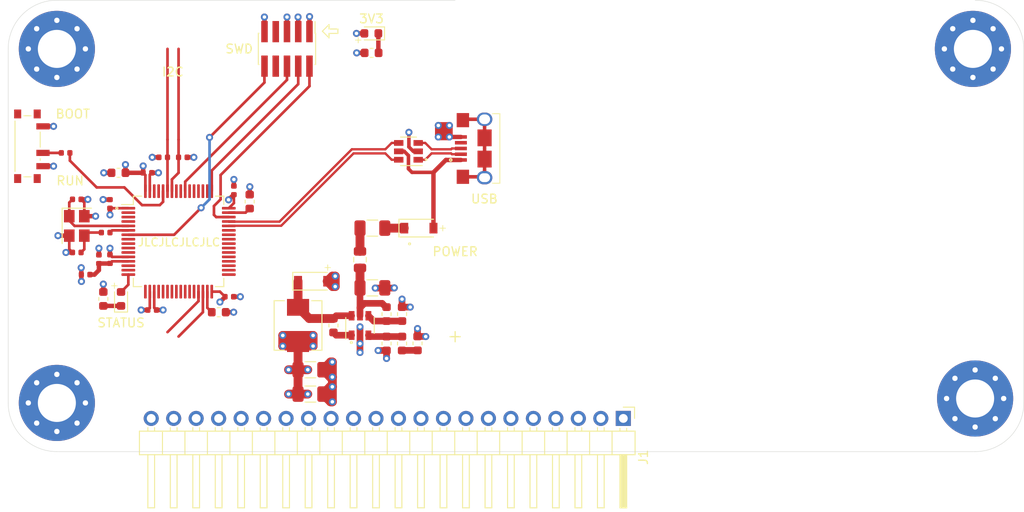
<source format=kicad_pcb>
(kicad_pcb (version 20171130) (host pcbnew "(5.1.10-1-10_14)")
  (layers (0 F.Cu signal) (1 In1.Cu power hide) (2 In2.Cu power hide) (31 B.Cu signal) (34 B.Paste user) (35 F.Paste user) (36 B.SilkS user) (37 F.SilkS user) (38 B.Mask user) (39 F.Mask user) (44 Edge.Cuts user))
  (net 0 "")
  (net 1 BUCK_IN)
  (net 2 GND)
  (net 3 +3V3)
  (net 4 BUCK_SW)
  (net 5 BUCK_BST)
  (net 6 +3.3VA)
  (net 7 "Net-(C13-Pad1)")
  (net 8 "Net-(C14-Pad1)")
  (net 9 HSE_IN)
  (net 10 "Net-(C16-Pad1)")
  (net 11 +5V)
  (net 12 "Net-(D1-Pad1)")
  (net 13 "Net-(D3-Pad1)")
  (net 14 "Net-(D4-Pad1)")
  (net 15 LED_STATUS)
  (net 16 "Net-(F1-Pad1)")
  (net 17 SWDIO)
  (net 18 SWCLK)
  (net 19 SWO)
  (net 20 "Net-(J2-Pad7)")
  (net 21 "Net-(J2-Pad8)")
  (net 22 NRST)
  (net 23 I2C1_SDA)
  (net 24 I2C1_SCL)
  (net 25 USART3_TX)
  (net 26 USART3_RX)
  (net 27 USB_CONN_D-)
  (net 28 USB_CONN_D+)
  (net 29 "Net-(J5-Pad4)")
  (net 30 "Net-(J5-Pad6)")
  (net 31 BUCK_EN)
  (net 32 BUCK_FB)
  (net 33 "Net-(R4-Pad2)")
  (net 34 BOOT0)
  (net 35 "Net-(R7-Pad1)")
  (net 36 HSE_OUT)
  (net 37 "Net-(U2-Pad2)")
  (net 38 "Net-(U2-Pad3)")
  (net 39 "Net-(U2-Pad4)")
  (net 40 "Net-(U2-Pad8)")
  (net 41 "Net-(U2-Pad9)")
  (net 42 "Net-(U2-Pad10)")
  (net 43 "Net-(U2-Pad11)")
  (net 44 "Net-(U2-Pad14)")
  (net 45 "Net-(U2-Pad15)")
  (net 46 "Net-(U2-Pad17)")
  (net 47 "Net-(U2-Pad20)")
  (net 48 "Net-(U2-Pad21)")
  (net 49 "Net-(U2-Pad22)")
  (net 50 "Net-(U2-Pad23)")
  (net 51 "Net-(U2-Pad24)")
  (net 52 "Net-(U2-Pad25)")
  (net 53 "Net-(U2-Pad26)")
  (net 54 "Net-(U2-Pad27)")
  (net 55 "Net-(U2-Pad28)")
  (net 56 "Net-(U2-Pad33)")
  (net 57 "Net-(U2-Pad34)")
  (net 58 "Net-(U2-Pad35)")
  (net 59 "Net-(U2-Pad36)")
  (net 60 "Net-(U2-Pad37)")
  (net 61 "Net-(U2-Pad38)")
  (net 62 "Net-(U2-Pad39)")
  (net 63 "Net-(U2-Pad40)")
  (net 64 "Net-(U2-Pad41)")
  (net 65 "Net-(U2-Pad42)")
  (net 66 "Net-(U2-Pad43)")
  (net 67 USB_D-)
  (net 68 USB_D+)
  (net 69 "Net-(U2-Pad50)")
  (net 70 "Net-(U2-Pad51)")
  (net 71 "Net-(U2-Pad52)")
  (net 72 "Net-(U2-Pad53)")
  (net 73 "Net-(U2-Pad54)")
  (net 74 "Net-(U2-Pad56)")
  (net 75 "Net-(U2-Pad57)")
  (net 76 "Net-(U2-Pad61)")
  (net 77 "Net-(U2-Pad62)")
  (net 78 "Net-(J1-Pad22)")
  (net 79 "Net-(J1-Pad21)")
  (net 80 "Net-(J1-Pad20)")
  (net 81 "Net-(J1-Pad19)")
  (net 82 "Net-(J1-Pad18)")
  (net 83 "Net-(J1-Pad17)")
  (net 84 "Net-(J1-Pad16)")
  (net 85 "Net-(J1-Pad15)")
  (net 86 "Net-(J1-Pad14)")
  (net 87 "Net-(J1-Pad13)")
  (net 88 "Net-(J1-Pad12)")
  (net 89 "Net-(J1-Pad11)")
  (net 90 "Net-(J1-Pad10)")
  (net 91 "Net-(J1-Pad9)")
  (net 92 "Net-(J1-Pad8)")
  (net 93 "Net-(J1-Pad7)")
  (net 94 "Net-(J1-Pad6)")
  (net 95 "Net-(J1-Pad5)")
  (net 96 "Net-(J1-Pad4)")
  (net 97 "Net-(J1-Pad3)")
  (net 98 "Net-(J1-Pad2)")
  (net 99 "Net-(J1-Pad1)")
  (module Connector_PinHeader_2.54mm:PinHeader_1x22_P2.54mm_Horizontal (layer F.Cu) (at 100.25 82.75 270)
    (fp_text reference J1 (at 4.385 -2.27 90) (layer F.SilkS))
    (fp_text value Conn_01x22)
    (pad 22 thru_hole oval (at 0 53.34 270) (size 1.7 1.7) (drill 1) (layers *.Cu *.Mask) (net 78 "Net-(J1-Pad22)"))
    (pad 21 thru_hole oval (at 0 50.8 270) (size 1.7 1.7) (drill 1) (layers *.Cu *.Mask) (net 79 "Net-(J1-Pad21)"))
    (pad 20 thru_hole oval (at 0 48.26 270) (size 1.7 1.7) (drill 1) (layers *.Cu *.Mask) (net 80 "Net-(J1-Pad20)"))
    (pad 19 thru_hole oval (at 0 45.72 270) (size 1.7 1.7) (drill 1) (layers *.Cu *.Mask) (net 81 "Net-(J1-Pad19)"))
    (pad 18 thru_hole oval (at 0 43.18 270) (size 1.7 1.7) (drill 1) (layers *.Cu *.Mask) (net 82 "Net-(J1-Pad18)"))
    (pad 17 thru_hole oval (at 0 40.64 270) (size 1.7 1.7) (drill 1) (layers *.Cu *.Mask) (net 83 "Net-(J1-Pad17)"))
    (pad 16 thru_hole oval (at 0 38.1 270) (size 1.7 1.7) (drill 1) (layers *.Cu *.Mask) (net 84 "Net-(J1-Pad16)"))
    (pad 15 thru_hole oval (at 0 35.56 270) (size 1.7 1.7) (drill 1) (layers *.Cu *.Mask) (net 85 "Net-(J1-Pad15)"))
    (pad 14 thru_hole oval (at 0 33.02 270) (size 1.7 1.7) (drill 1) (layers *.Cu *.Mask) (net 86 "Net-(J1-Pad14)"))
    (pad 13 thru_hole oval (at 0 30.48 270) (size 1.7 1.7) (drill 1) (layers *.Cu *.Mask) (net 87 "Net-(J1-Pad13)"))
    (pad 12 thru_hole oval (at 0 27.94 270) (size 1.7 1.7) (drill 1) (layers *.Cu *.Mask) (net 88 "Net-(J1-Pad12)"))
    (pad 11 thru_hole oval (at 0 25.4 270) (size 1.7 1.7) (drill 1) (layers *.Cu *.Mask) (net 89 "Net-(J1-Pad11)"))
    (pad 10 thru_hole oval (at 0 22.86 270) (size 1.7 1.7) (drill 1) (layers *.Cu *.Mask) (net 90 "Net-(J1-Pad10)"))
    (pad 9 thru_hole oval (at 0 20.32 270) (size 1.7 1.7) (drill 1) (layers *.Cu *.Mask) (net 91 "Net-(J1-Pad9)"))
    (pad 8 thru_hole oval (at 0 17.78 270) (size 1.7 1.7) (drill 1) (layers *.Cu *.Mask) (net 92 "Net-(J1-Pad8)"))
    (pad 7 thru_hole oval (at 0 15.24 270) (size 1.7 1.7) (drill 1) (layers *.Cu *.Mask) (net 93 "Net-(J1-Pad7)"))
    (pad 6 thru_hole oval (at 0 12.7 270) (size 1.7 1.7) (drill 1) (layers *.Cu *.Mask) (net 94 "Net-(J1-Pad6)"))
    (pad 5 thru_hole oval (at 0 10.16 270) (size 1.7 1.7) (drill 1) (layers *.Cu *.Mask) (net 95 "Net-(J1-Pad5)"))
    (pad 4 thru_hole oval (at 0 7.62 270) (size 1.7 1.7) (drill 1) (layers *.Cu *.Mask) (net 96 "Net-(J1-Pad4)"))
    (pad 3 thru_hole oval (at 0 5.08 270) (size 1.7 1.7) (drill 1) (layers *.Cu *.Mask) (net 97 "Net-(J1-Pad3)"))
    (pad 2 thru_hole oval (at 0 2.54 270) (size 1.7 1.7) (drill 1) (layers *.Cu *.Mask) (net 98 "Net-(J1-Pad2)"))
    (pad 1 thru_hole rect (at 0 0 270) (size 1.7 1.7) (drill 1) (layers *.Cu *.Mask) (net 99 "Net-(J1-Pad1)"))
  )
  (module SchmillipKiCADLibrary:JLCPCB_MountingHole_1.152mm (layer F.Cu) (at 75.25 81)
    (fp_text reference REF**)
    (fp_text value MountingHole_1.152mm)
    (pad "" np_thru_hole circle (at 0 0) (size 1.152 1.152) (drill 1.152) (layers *.Cu *.Mask))
  )
  (module SchmillipKiCADLibrary:JLCPCB_MountingHole_1.152mm (layer F.Cu) (at 75.25 41)
    (fp_text reference REF**)
    (fp_text value MountingHole_1.152mm)
    (pad "" np_thru_hole circle (at 0 0) (size 1.152 1.152) (drill 1.152) (layers *.Cu *.Mask))
  )
  (module SchmillipKiCADLibrary:JLCPCB_MountingHole_1.152mm (layer F.Cu) (at 42.5 41)
    (fp_text reference REF**)
    (fp_text value MountingHole_1.152mm)
    (pad "" np_thru_hole circle (at 0 0) (size 1.152 1.152) (drill 1.152) (layers *.Cu *.Mask))
  )
  (module Button_Switch_SMD:SW_SPDT_PCM12 (layer F.Cu) (at 33.25 52 270)
    (fp_text reference SW1)
    (fp_text value SW_SPDT)
    (pad "" np_thru_hole circle (at -1.5 0.33 270) (size 0.9 0.9) (drill 0.9) (layers *.Cu *.Mask))
    (pad "" np_thru_hole circle (at 1.5 0.33 270) (size 0.9 0.9) (drill 0.9) (layers *.Cu *.Mask))
    (pad 1 smd rect (at -2.25 -1.43 270) (size 0.7 1.5) (layers F.Cu F.Paste F.Mask) (net 3 +3V3))
    (pad 2 smd rect (at 0.75 -1.43 270) (size 0.7 1.5) (layers F.Cu F.Paste F.Mask) (net 35 "Net-(R7-Pad1)"))
    (pad 3 smd rect (at 2.25 -1.43 270) (size 0.7 1.5) (layers F.Cu F.Paste F.Mask) (net 2 GND))
    (pad "" smd rect (at -3.65 1.43 270) (size 1 0.8) (layers F.Cu F.Paste F.Mask))
    (pad "" smd rect (at 3.65 1.43 270) (size 1 0.8) (layers F.Cu F.Paste F.Mask))
    (pad "" smd rect (at 3.65 -0.78 270) (size 1 0.8) (layers F.Cu F.Paste F.Mask))
    (pad "" smd rect (at -3.65 -0.78 270) (size 1 0.8) (layers F.Cu F.Paste F.Mask))
  )
  (module Connector_PinHeader_1.27mm:PinHeader_2x05_P1.27mm_Vertical_SMD (layer F.Cu) (at 62.25 41 270)
    (fp_text reference J2)
    (fp_text value SWD)
    (pad 10 smd rect (at 1.95 2.54 270) (size 2.4 0.74) (layers F.Cu F.Paste F.Mask) (net 22 NRST))
    (pad 9 smd rect (at -1.95 2.54 270) (size 2.4 0.74) (layers F.Cu F.Paste F.Mask) (net 2 GND))
    (pad 8 smd rect (at 1.95 1.27 270) (size 2.4 0.74) (layers F.Cu F.Paste F.Mask) (net 21 "Net-(J2-Pad8)"))
    (pad 7 smd rect (at -1.95 1.27 270) (size 2.4 0.74) (layers F.Cu F.Paste F.Mask) (net 20 "Net-(J2-Pad7)"))
    (pad 6 smd rect (at 1.95 0 270) (size 2.4 0.74) (layers F.Cu F.Paste F.Mask) (net 19 SWO))
    (pad 5 smd rect (at -1.95 0 270) (size 2.4 0.74) (layers F.Cu F.Paste F.Mask) (net 2 GND))
    (pad 4 smd rect (at 1.95 -1.27 270) (size 2.4 0.74) (layers F.Cu F.Paste F.Mask) (net 18 SWCLK))
    (pad 3 smd rect (at -1.95 -1.27 270) (size 2.4 0.74) (layers F.Cu F.Paste F.Mask) (net 2 GND))
    (pad 2 smd rect (at 1.95 -2.54 270) (size 2.4 0.74) (layers F.Cu F.Paste F.Mask) (net 17 SWDIO))
    (pad 1 smd rect (at -1.95 -2.54 270) (size 2.4 0.74) (layers F.Cu F.Paste F.Mask) (net 3 +3V3))
  )
  (module Capacitor_SMD:C_1206_3216Metric (layer F.Cu) (at 71.9 68)
    (fp_text reference C1)
    (fp_text value 10u)
    (pad 1 smd roundrect (at -1.4 0) (size 1.25 1.75) (layers F.Cu F.Paste F.Mask) (roundrect_rratio 0.2) (net 1 BUCK_IN))
    (pad 2 smd roundrect (at 1.4 0) (size 1.25 1.75) (layers F.Cu F.Paste F.Mask) (roundrect_rratio 0.2) (net 2 GND))
  )
  (module Capacitor_SMD:C_1206_3216Metric (layer F.Cu) (at 64.9 77.25)
    (fp_text reference C2)
    (fp_text value 10u)
    (pad 1 smd roundrect (at -1.4 0) (size 1.25 1.75) (layers F.Cu F.Paste F.Mask) (roundrect_rratio 0.2) (net 3 +3V3))
    (pad 2 smd roundrect (at 1.4 0) (size 1.25 1.75) (layers F.Cu F.Paste F.Mask) (roundrect_rratio 0.2) (net 2 GND))
  )
  (module Capacitor_SMD:C_1206_3216Metric (layer F.Cu) (at 64.9 80)
    (fp_text reference C3)
    (fp_text value 10u)
    (pad 2 smd roundrect (at 1.4 0) (size 1.25 1.75) (layers F.Cu F.Paste F.Mask) (roundrect_rratio 0.2) (net 2 GND))
    (pad 1 smd roundrect (at -1.4 0) (size 1.25 1.75) (layers F.Cu F.Paste F.Mask) (roundrect_rratio 0.2) (net 3 +3V3))
  )
  (module Capacitor_SMD:C_0603_1608Metric (layer F.Cu) (at 67.5 72.25 270)
    (fp_text reference C4)
    (fp_text value 10n)
    (pad 1 smd roundrect (at -0.7875 0 270) (size 0.875 0.95) (layers F.Cu F.Paste F.Mask) (net 4 BUCK_SW))
    (pad 2 smd roundrect (at 0.7875 0 270) (size 0.875 0.95) (layers F.Cu F.Paste F.Mask) (net 5 BUCK_BST))
  )
  (module Capacitor_SMD:C_0603_1608Metric (layer F.Cu) (at 43.2125 55 180)
    (fp_text reference C5)
    (fp_text value 4u7)
    (pad 2 smd roundrect (at 0.7875 0 180) (size 0.875 0.95) (layers F.Cu F.Paste F.Mask) (net 2 GND))
    (pad 1 smd roundrect (at -0.7875 0 180) (size 0.875 0.95) (layers F.Cu F.Paste F.Mask) (net 3 +3V3))
  )
  (module Capacitor_SMD:C_0402_1005Metric (layer F.Cu) (at 42.25 58.515 90)
    (fp_text reference C6)
    (fp_text value 100n)
    (pad 2 smd roundrect (at 0.485 0 90) (size 0.59 0.64) (layers F.Cu F.Paste F.Mask) (net 2 GND))
    (pad 1 smd roundrect (at -0.485 0 90) (size 0.59 0.64) (layers F.Cu F.Paste F.Mask) (net 3 +3V3))
  )
  (module Capacitor_SMD:C_0402_1005Metric (layer F.Cu) (at 47.015 70.5 180)
    (fp_text reference C7)
    (fp_text value 100n)
    (pad 1 smd roundrect (at -0.485 0 180) (size 0.59 0.64) (layers F.Cu F.Paste F.Mask) (net 3 +3V3))
    (pad 2 smd roundrect (at 0.485 0 180) (size 0.59 0.64) (layers F.Cu F.Paste F.Mask) (net 2 GND))
  )
  (module Capacitor_SMD:C_0402_1005Metric (layer F.Cu) (at 55.735 69)
    (fp_text reference C8)
    (fp_text value 100n)
    (pad 2 smd roundrect (at 0.485 0) (size 0.59 0.64) (layers F.Cu F.Paste F.Mask) (net 2 GND))
    (pad 1 smd roundrect (at -0.485 0) (size 0.59 0.64) (layers F.Cu F.Paste F.Mask) (net 3 +3V3))
  )
  (module Capacitor_SMD:C_0402_1005Metric (layer F.Cu) (at 56.25 56.985 90)
    (fp_text reference C9)
    (fp_text value 100n)
    (pad 1 smd roundrect (at -0.485 0 90) (size 0.59 0.64) (layers F.Cu F.Paste F.Mask) (net 3 +3V3))
    (pad 2 smd roundrect (at 0.485 0 90) (size 0.59 0.64) (layers F.Cu F.Paste F.Mask) (net 2 GND))
  )
  (module Capacitor_SMD:C_0402_1005Metric (layer F.Cu) (at 46.485 55)
    (fp_text reference C10)
    (fp_text value 100n)
    (pad 2 smd roundrect (at 0.485 0) (size 0.59 0.64) (layers F.Cu F.Paste F.Mask) (net 2 GND))
    (pad 1 smd roundrect (at -0.485 0) (size 0.59 0.64) (layers F.Cu F.Paste F.Mask) (net 3 +3V3))
  )
  (module Capacitor_SMD:C_0402_1005Metric (layer F.Cu) (at 41 64.765 90)
    (fp_text reference C11)
    (fp_text value 1u)
    (pad 1 smd roundrect (at -0.485 0 90) (size 0.59 0.64) (layers F.Cu F.Paste F.Mask) (net 6 +3.3VA))
    (pad 2 smd roundrect (at 0.485 0 90) (size 0.59 0.64) (layers F.Cu F.Paste F.Mask) (net 2 GND))
  )
  (module Capacitor_SMD:C_0402_1005Metric (layer F.Cu) (at 42.25 64.75 90)
    (fp_text reference C12)
    (fp_text value 10n)
    (pad 1 smd roundrect (at -0.485 0 90) (size 0.59 0.64) (layers F.Cu F.Paste F.Mask) (net 6 +3.3VA))
    (pad 2 smd roundrect (at 0.485 0 90) (size 0.59 0.64) (layers F.Cu F.Paste F.Mask) (net 2 GND))
  )
  (module Capacitor_SMD:C_0603_1608Metric (layer F.Cu) (at 54.5375 70.75)
    (fp_text reference C13)
    (fp_text value 2u2)
    (pad 1 smd roundrect (at -0.7875 0) (size 0.875 0.95) (layers F.Cu F.Paste F.Mask) (net 7 "Net-(C13-Pad1)"))
    (pad 2 smd roundrect (at 0.7875 0) (size 0.875 0.95) (layers F.Cu F.Paste F.Mask) (net 2 GND))
  )
  (module Capacitor_SMD:C_0603_1608Metric (layer F.Cu) (at 58.0375 58.25 90)
    (fp_text reference C14)
    (fp_text value 2u2)
    (pad 2 smd roundrect (at 0.7875 0 90) (size 0.875 0.95) (layers F.Cu F.Paste F.Mask) (net 2 GND))
    (pad 1 smd roundrect (at -0.7875 0 90) (size 0.875 0.95) (layers F.Cu F.Paste F.Mask) (net 8 "Net-(C14-Pad1)"))
  )
  (module Capacitor_SMD:C_0402_1005Metric (layer F.Cu) (at 38.5 58)
    (fp_text reference C15)
    (fp_text value 12p)
    (pad 2 smd roundrect (at 0.485 0) (size 0.59 0.64) (layers F.Cu F.Paste F.Mask) (net 2 GND))
    (pad 1 smd roundrect (at -0.485 0) (size 0.59 0.64) (layers F.Cu F.Paste F.Mask) (net 9 HSE_IN))
  )
  (module Capacitor_SMD:C_0402_1005Metric (layer F.Cu) (at 38.5 64 180)
    (fp_text reference C16)
    (fp_text value 12p)
    (pad 1 smd roundrect (at -0.485 0 180) (size 0.59 0.64) (layers F.Cu F.Paste F.Mask) (net 10 "Net-(C16-Pad1)"))
    (pad 2 smd roundrect (at 0.485 0 180) (size 0.59 0.64) (layers F.Cu F.Paste F.Mask) (net 2 GND))
  )
  (module Diode_SMD:D_SOD-123 (layer F.Cu) (at 77.15 61.25)
    (fp_text reference D1)
    (fp_text value B5819W)
    (pad 2 smd rect (at 1.65 0) (size 0.9 1.2) (layers F.Cu F.Paste F.Mask) (net 11 +5V))
    (pad 1 smd rect (at -1.65 0) (size 0.9 1.2) (layers F.Cu F.Paste F.Mask) (net 12 "Net-(D1-Pad1)"))
  )
  (module Diode_SMD:D_SOD-123 (layer F.Cu) (at 65.15 67.25)
    (fp_text reference D2)
    (fp_text value B5819W)
    (pad 1 smd rect (at -1.65 0) (size 0.9 1.2) (layers F.Cu F.Paste F.Mask) (net 4 BUCK_SW))
    (pad 2 smd rect (at 1.65 0) (size 0.9 1.2) (layers F.Cu F.Paste F.Mask) (net 2 GND))
  )
  (module LED_SMD:LED_0603_1608Metric (layer F.Cu) (at 71.7875 39.25 180)
    (fp_text reference D3)
    (fp_text value RED)
    (pad 2 smd roundrect (at 0.7875 0 180) (size 0.875 0.95) (layers F.Cu F.Paste F.Mask) (net 3 +3V3))
    (pad 1 smd roundrect (at -0.7875 0 180) (size 0.875 0.95) (layers F.Cu F.Paste F.Mask) (net 13 "Net-(D3-Pad1)"))
  )
  (module LED_SMD:LED_0603_1608Metric (layer F.Cu) (at 43.5 69.25 90)
    (fp_text reference D4)
    (fp_text value BLUE)
    (pad 1 smd roundrect (at -0.7875 0 90) (size 0.875 0.95) (layers F.Cu F.Paste F.Mask) (net 14 "Net-(D4-Pad1)"))
    (pad 2 smd roundrect (at 0.7875 0 90) (size 0.875 0.95) (layers F.Cu F.Paste F.Mask) (net 15 LED_STATUS))
  )
  (module Fuse:Fuse_1206_3216Metric (layer F.Cu) (at 71.9 61.25)
    (fp_text reference F1)
    (fp_text value 250mA)
    (pad 1 smd roundrect (at -1.4 0) (size 1.25 1.75) (layers F.Cu F.Paste F.Mask) (roundrect_rratio 0.2) (net 16 "Net-(F1-Pad1)"))
    (pad 2 smd roundrect (at 1.4 0) (size 1.25 1.75) (layers F.Cu F.Paste F.Mask) (roundrect_rratio 0.2) (net 12 "Net-(D1-Pad1)"))
  )
  (module Inductor_SMD:L_0805_2012Metric (layer F.Cu) (at 70.5 64.8125 90)
    (fp_text reference FB1)
    (fp_text value "600 @ 600MHz")
    (pad 1 smd roundrect (at -0.9375 0 90) (size 0.975 1.4) (layers F.Cu F.Paste F.Mask) (net 1 BUCK_IN))
    (pad 2 smd roundrect (at 0.9375 0 90) (size 0.975 1.4) (layers F.Cu F.Paste F.Mask) (net 16 "Net-(F1-Pad1)"))
  )
  (module MountingHole:MountingHole_4.3mm_M4_Pad_Via (layer F.Cu) (at 139.75 41)
    (fp_text reference H1)
    (fp_text value MountingHole_Pad)
    (pad 1 thru_hole circle (at 0 0) (size 8.6 8.6) (drill 4.3) (layers *.Cu *.Mask) (net 2 GND))
    (pad 1 thru_hole circle (at 3.225 0) (size 0.9 0.9) (drill 0.6) (layers *.Cu *.Mask) (net 2 GND))
    (pad 1 thru_hole circle (at 2.280419 2.280419) (size 0.9 0.9) (drill 0.6) (layers *.Cu *.Mask) (net 2 GND))
    (pad 1 thru_hole circle (at 0 3.225) (size 0.9 0.9) (drill 0.6) (layers *.Cu *.Mask) (net 2 GND))
    (pad 1 thru_hole circle (at -2.280419 2.280419) (size 0.9 0.9) (drill 0.6) (layers *.Cu *.Mask) (net 2 GND))
    (pad 1 thru_hole circle (at -3.225 0) (size 0.9 0.9) (drill 0.6) (layers *.Cu *.Mask) (net 2 GND))
    (pad 1 thru_hole circle (at -2.280419 -2.280419) (size 0.9 0.9) (drill 0.6) (layers *.Cu *.Mask) (net 2 GND))
    (pad 1 thru_hole circle (at 0 -3.225) (size 0.9 0.9) (drill 0.6) (layers *.Cu *.Mask) (net 2 GND))
    (pad 1 thru_hole circle (at 2.280419 -2.280419) (size 0.9 0.9) (drill 0.6) (layers *.Cu *.Mask) (net 2 GND))
  )
  (module MountingHole:MountingHole_4.3mm_M4_Pad_Via (layer F.Cu) (at 140 80.5)
    (fp_text reference H2)
    (fp_text value MountingHole_Pad)
    (pad 1 thru_hole circle (at 2.280419 -2.280419) (size 0.9 0.9) (drill 0.6) (layers *.Cu *.Mask) (net 2 GND))
    (pad 1 thru_hole circle (at 0 -3.225) (size 0.9 0.9) (drill 0.6) (layers *.Cu *.Mask) (net 2 GND))
    (pad 1 thru_hole circle (at -2.280419 -2.280419) (size 0.9 0.9) (drill 0.6) (layers *.Cu *.Mask) (net 2 GND))
    (pad 1 thru_hole circle (at -3.225 0) (size 0.9 0.9) (drill 0.6) (layers *.Cu *.Mask) (net 2 GND))
    (pad 1 thru_hole circle (at -2.280419 2.280419) (size 0.9 0.9) (drill 0.6) (layers *.Cu *.Mask) (net 2 GND))
    (pad 1 thru_hole circle (at 0 3.225) (size 0.9 0.9) (drill 0.6) (layers *.Cu *.Mask) (net 2 GND))
    (pad 1 thru_hole circle (at 2.280419 2.280419) (size 0.9 0.9) (drill 0.6) (layers *.Cu *.Mask) (net 2 GND))
    (pad 1 thru_hole circle (at 3.225 0) (size 0.9 0.9) (drill 0.6) (layers *.Cu *.Mask) (net 2 GND))
    (pad 1 thru_hole circle (at 0 0) (size 8.6 8.6) (drill 4.3) (layers *.Cu *.Mask) (net 2 GND))
  )
  (module MountingHole:MountingHole_4.3mm_M4_Pad_Via (layer F.Cu) (at 36.25 81)
    (fp_text reference H3)
    (fp_text value MountingHole_Pad)
    (pad 1 thru_hole circle (at 0 0) (size 8.6 8.6) (drill 4.3) (layers *.Cu *.Mask) (net 2 GND))
    (pad 1 thru_hole circle (at 3.225 0) (size 0.9 0.9) (drill 0.6) (layers *.Cu *.Mask) (net 2 GND))
    (pad 1 thru_hole circle (at 2.280419 2.280419) (size 0.9 0.9) (drill 0.6) (layers *.Cu *.Mask) (net 2 GND))
    (pad 1 thru_hole circle (at 0 3.225) (size 0.9 0.9) (drill 0.6) (layers *.Cu *.Mask) (net 2 GND))
    (pad 1 thru_hole circle (at -2.280419 2.280419) (size 0.9 0.9) (drill 0.6) (layers *.Cu *.Mask) (net 2 GND))
    (pad 1 thru_hole circle (at -3.225 0) (size 0.9 0.9) (drill 0.6) (layers *.Cu *.Mask) (net 2 GND))
    (pad 1 thru_hole circle (at -2.280419 -2.280419) (size 0.9 0.9) (drill 0.6) (layers *.Cu *.Mask) (net 2 GND))
    (pad 1 thru_hole circle (at 0 -3.225) (size 0.9 0.9) (drill 0.6) (layers *.Cu *.Mask) (net 2 GND))
    (pad 1 thru_hole circle (at 2.280419 -2.280419) (size 0.9 0.9) (drill 0.6) (layers *.Cu *.Mask) (net 2 GND))
  )
  (module MountingHole:MountingHole_4.3mm_M4_Pad_Via (layer F.Cu) (at 36.25 41)
    (fp_text reference H4)
    (fp_text value MountingHole_Pad)
    (pad 1 thru_hole circle (at 2.280419 -2.280419) (size 0.9 0.9) (drill 0.6) (layers *.Cu *.Mask) (net 2 GND))
    (pad 1 thru_hole circle (at 0 -3.225) (size 0.9 0.9) (drill 0.6) (layers *.Cu *.Mask) (net 2 GND))
    (pad 1 thru_hole circle (at -2.280419 -2.280419) (size 0.9 0.9) (drill 0.6) (layers *.Cu *.Mask) (net 2 GND))
    (pad 1 thru_hole circle (at -3.225 0) (size 0.9 0.9) (drill 0.6) (layers *.Cu *.Mask) (net 2 GND))
    (pad 1 thru_hole circle (at -2.280419 2.280419) (size 0.9 0.9) (drill 0.6) (layers *.Cu *.Mask) (net 2 GND))
    (pad 1 thru_hole circle (at 0 3.225) (size 0.9 0.9) (drill 0.6) (layers *.Cu *.Mask) (net 2 GND))
    (pad 1 thru_hole circle (at 2.280419 2.280419) (size 0.9 0.9) (drill 0.6) (layers *.Cu *.Mask) (net 2 GND))
    (pad 1 thru_hole circle (at 3.225 0) (size 0.9 0.9) (drill 0.6) (layers *.Cu *.Mask) (net 2 GND))
    (pad 1 thru_hole circle (at 0 0) (size 8.6 8.6) (drill 4.3) (layers *.Cu *.Mask) (net 2 GND))
  )
  (module SchmillipKiCADLibrary:USB_MICRO_B_101181930001LF (layer F.Cu) (at 84.5 52.25 90)
    (fp_text reference J5)
    (fp_text value USB_B_Micro hide)
    (pad 1 smd rect (at -1.3 -2.6 90) (size 0.4 1.35) (layers F.Cu F.Paste F.Mask) (net 11 +5V))
    (pad 2 smd rect (at -0.65 -2.6 90) (size 0.4 1.35) (layers F.Cu F.Paste F.Mask) (net 27 USB_CONN_D-))
    (pad 3 smd rect (at 0 -2.6 90) (size 0.4 1.35) (layers F.Cu F.Paste F.Mask) (net 28 USB_CONN_D+))
    (pad 4 smd rect (at 0.65 -2.6 90) (size 0.4 1.35) (layers F.Cu F.Paste F.Mask) (net 29 "Net-(J5-Pad4)"))
    (pad 5 smd rect (at 1.3 -2.6 90) (size 0.4 1.35) (layers F.Cu F.Paste F.Mask) (net 2 GND))
    (pad 6 thru_hole oval (at -3.3 0.075 180) (size 1.75 1.5) (drill oval 1.25 1) (layers *.Cu *.Mask) (net 30 "Net-(J5-Pad6)"))
    (pad 6 thru_hole oval (at 3.3 0.075 180) (size 1.75 1.5) (drill oval 1.25 1.1) (layers *.Cu *.Mask) (net 30 "Net-(J5-Pad6)"))
    (pad 6 smd rect (at -3.2 -2.375 180) (size 1.4 1.6) (layers F.Cu F.Paste F.Mask) (net 30 "Net-(J5-Pad6)"))
    (pad 6 smd rect (at -1.2 0.075 180) (size 1.6 1.9) (layers F.Cu F.Paste F.Mask) (net 30 "Net-(J5-Pad6)"))
    (pad 6 smd rect (at 1.2 0.075 180) (size 1.6 1.9) (layers F.Cu F.Paste F.Mask) (net 30 "Net-(J5-Pad6)"))
    (pad 6 smd rect (at 3.2 -2.375 180) (size 1.4 1.6) (layers F.Cu F.Paste F.Mask) (net 30 "Net-(J5-Pad6)"))
  )
  (module Inductor_SMD:L_Sunlord_MWSA0518_5.4x5.2mm (layer F.Cu) (at 63.5 72.25 270)
    (fp_text reference L1)
    (fp_text value 10u)
    (pad 1 smd rect (at -2.05 0 270) (size 1.9 2.5) (layers F.Cu F.Paste F.Mask) (net 4 BUCK_SW))
    (pad 2 smd rect (at 2.05 0 270) (size 1.9 2.5) (layers F.Cu F.Paste F.Mask) (net 3 +3V3))
  )
  (module Inductor_SMD:L_0402_1005Metric (layer F.Cu) (at 39.5 66.5)
    (fp_text reference L2)
    (fp_text value 39n)
    (pad 1 smd roundrect (at -0.485 0) (size 0.59 0.64) (layers F.Cu F.Paste F.Mask) (net 3 +3V3))
    (pad 2 smd roundrect (at 0.485 0) (size 0.59 0.64) (layers F.Cu F.Paste F.Mask) (net 6 +3.3VA))
  )
  (module Resistor_SMD:R_0603_1608Metric (layer F.Cu) (at 73.5 70.9625 270)
    (fp_text reference R1)
    (fp_text value 100k)
    (pad 2 smd roundrect (at 0.7875 0 270) (size 0.875 0.95) (layers F.Cu F.Paste F.Mask) (net 31 BUCK_EN))
    (pad 1 smd roundrect (at -0.7875 0 270) (size 0.875 0.95) (layers F.Cu F.Paste F.Mask) (net 1 BUCK_IN))
  )
  (module Resistor_SMD:R_0603_1608Metric (layer F.Cu) (at 75.25 70.9625 90)
    (fp_text reference R2)
    (fp_text value 68k)
    (pad 1 smd roundrect (at -0.7875 0 90) (size 0.875 0.95) (layers F.Cu F.Paste F.Mask) (net 31 BUCK_EN))
    (pad 2 smd roundrect (at 0.7875 0 90) (size 0.875 0.95) (layers F.Cu F.Paste F.Mask) (net 2 GND))
  )
  (module Resistor_SMD:R_0603_1608Metric (layer F.Cu) (at 73.5 74.2875 90)
    (fp_text reference R3)
    (fp_text value 47k)
    (pad 1 smd roundrect (at -0.7875 0 90) (size 0.875 0.95) (layers F.Cu F.Paste F.Mask) (net 3 +3V3))
    (pad 2 smd roundrect (at 0.7875 0 90) (size 0.875 0.95) (layers F.Cu F.Paste F.Mask) (net 32 BUCK_FB))
  )
  (module Resistor_SMD:R_0603_1608Metric (layer F.Cu) (at 75.25 74.2875 270)
    (fp_text reference R4)
    (fp_text value 15k)
    (pad 1 smd roundrect (at -0.7875 0 270) (size 0.875 0.95) (layers F.Cu F.Paste F.Mask) (net 32 BUCK_FB))
    (pad 2 smd roundrect (at 0.7875 0 270) (size 0.875 0.95) (layers F.Cu F.Paste F.Mask) (net 33 "Net-(R4-Pad2)"))
  )
  (module Resistor_SMD:R_0603_1608Metric (layer F.Cu) (at 77 74.275 90)
    (fp_text reference R5)
    (fp_text value 270)
    (pad 2 smd roundrect (at 0.7875 0 90) (size 0.875 0.95) (layers F.Cu F.Paste F.Mask) (net 2 GND))
    (pad 1 smd roundrect (at -0.7875 0 90) (size 0.875 0.95) (layers F.Cu F.Paste F.Mask) (net 33 "Net-(R4-Pad2)"))
  )
  (module Resistor_SMD:R_0603_1608Metric (layer F.Cu) (at 71.8125 41.45)
    (fp_text reference R6)
    (fp_text value 1k)
    (pad 2 smd roundrect (at 0.7875 0) (size 0.875 0.95) (layers F.Cu F.Paste F.Mask) (net 13 "Net-(D3-Pad1)"))
    (pad 1 smd roundrect (at -0.7875 0) (size 0.875 0.95) (layers F.Cu F.Paste F.Mask) (net 2 GND))
  )
  (module Resistor_SMD:R_0402_1005Metric (layer F.Cu) (at 37.235 52.75)
    (fp_text reference R7)
    (fp_text value 10k)
    (pad 2 smd roundrect (at 0.485 0) (size 0.59 0.64) (layers F.Cu F.Paste F.Mask) (net 34 BOOT0))
    (pad 1 smd roundrect (at -0.485 0) (size 0.59 0.64) (layers F.Cu F.Paste F.Mask) (net 35 "Net-(R7-Pad1)"))
  )
  (module Resistor_SMD:R_0402_1005Metric (layer F.Cu) (at 41.765 61.75 180)
    (fp_text reference R8)
    (fp_text value 47)
    (pad 1 smd roundrect (at -0.485 0 180) (size 0.59 0.64) (layers F.Cu F.Paste F.Mask) (net 36 HSE_OUT))
    (pad 2 smd roundrect (at 0.485 0 180) (size 0.59 0.64) (layers F.Cu F.Paste F.Mask) (net 10 "Net-(C16-Pad1)"))
  )
  (module Resistor_SMD:R_0603_1608Metric (layer F.Cu) (at 41.5 69.25 270)
    (fp_text reference R9)
    (fp_text value 1k5)
    (pad 1 smd roundrect (at -0.7875 0 270) (size 0.875 0.95) (layers F.Cu F.Paste F.Mask) (net 2 GND))
    (pad 2 smd roundrect (at 0.7875 0 270) (size 0.875 0.95) (layers F.Cu F.Paste F.Mask) (net 14 "Net-(D4-Pad1)"))
  )
  (module Resistor_SMD:R_0402_1005Metric (layer F.Cu) (at 50.485 53.25 180)
    (fp_text reference R10)
    (fp_text value 2k2)
    (pad 2 smd roundrect (at 0.485 0 180) (size 0.59 0.64) (layers F.Cu F.Paste F.Mask) (net 24 I2C1_SCL))
    (pad 1 smd roundrect (at -0.485 0 180) (size 0.59 0.64) (layers F.Cu F.Paste F.Mask) (net 3 +3V3))
  )
  (module Resistor_SMD:R_0402_1005Metric (layer F.Cu) (at 48.265 53.25)
    (fp_text reference R11)
    (fp_text value 2k2)
    (pad 1 smd roundrect (at -0.485 0) (size 0.59 0.64) (layers F.Cu F.Paste F.Mask) (net 3 +3V3))
    (pad 2 smd roundrect (at 0.485 0) (size 0.59 0.64) (layers F.Cu F.Paste F.Mask) (net 23 I2C1_SDA))
  )
  (module Package_TO_SOT_SMD:SOT-23-6 (layer F.Cu) (at 70.5 72.25 90)
    (fp_text reference U1)
    (fp_text value MP2359DJ-LF-Z)
    (pad 1 smd rect (at -1.1 -0.95 90) (size 1.06 0.65) (layers F.Cu F.Paste F.Mask) (net 5 BUCK_BST))
    (pad 2 smd rect (at -1.1 0 90) (size 1.06 0.65) (layers F.Cu F.Paste F.Mask) (net 2 GND))
    (pad 3 smd rect (at -1.1 0.95 90) (size 1.06 0.65) (layers F.Cu F.Paste F.Mask) (net 32 BUCK_FB))
    (pad 4 smd rect (at 1.1 0.95 90) (size 1.06 0.65) (layers F.Cu F.Paste F.Mask) (net 31 BUCK_EN))
    (pad 6 smd rect (at 1.1 -0.95 90) (size 1.06 0.65) (layers F.Cu F.Paste F.Mask) (net 4 BUCK_SW))
    (pad 5 smd rect (at 1.1 0 90) (size 1.06 0.65) (layers F.Cu F.Paste F.Mask) (net 1 BUCK_IN))
  )
  (module Package_QFP:LQFP-64_10x10mm_P0.5mm (layer F.Cu) (at 50 62.75)
    (fp_text reference U2)
    (fp_text value STM32F405RGT6)
    (pad 1 smd roundrect (at -5.675 -3.75) (size 1.55 0.3) (layers F.Cu F.Paste F.Mask) (net 3 +3V3))
    (pad 2 smd roundrect (at -5.675 -3.25) (size 1.55 0.3) (layers F.Cu F.Paste F.Mask) (net 37 "Net-(U2-Pad2)"))
    (pad 3 smd roundrect (at -5.675 -2.75) (size 1.55 0.3) (layers F.Cu F.Paste F.Mask) (net 38 "Net-(U2-Pad3)"))
    (pad 4 smd roundrect (at -5.675 -2.25) (size 1.55 0.3) (layers F.Cu F.Paste F.Mask) (net 39 "Net-(U2-Pad4)"))
    (pad 5 smd roundrect (at -5.675 -1.75) (size 1.55 0.3) (layers F.Cu F.Paste F.Mask) (net 9 HSE_IN))
    (pad 6 smd roundrect (at -5.675 -1.25) (size 1.55 0.3) (layers F.Cu F.Paste F.Mask) (net 36 HSE_OUT))
    (pad 7 smd roundrect (at -5.675 -0.75) (size 1.55 0.3) (layers F.Cu F.Paste F.Mask) (net 22 NRST))
    (pad 8 smd roundrect (at -5.675 -0.25) (size 1.55 0.3) (layers F.Cu F.Paste F.Mask) (net 40 "Net-(U2-Pad8)"))
    (pad 9 smd roundrect (at -5.675 0.25) (size 1.55 0.3) (layers F.Cu F.Paste F.Mask) (net 41 "Net-(U2-Pad9)"))
    (pad 10 smd roundrect (at -5.675 0.75) (size 1.55 0.3) (layers F.Cu F.Paste F.Mask) (net 42 "Net-(U2-Pad10)"))
    (pad 11 smd roundrect (at -5.675 1.25) (size 1.55 0.3) (layers F.Cu F.Paste F.Mask) (net 43 "Net-(U2-Pad11)"))
    (pad 12 smd roundrect (at -5.675 1.75) (size 1.55 0.3) (layers F.Cu F.Paste F.Mask) (net 2 GND))
    (pad 13 smd roundrect (at -5.675 2.25) (size 1.55 0.3) (layers F.Cu F.Paste F.Mask) (net 6 +3.3VA))
    (pad 14 smd roundrect (at -5.675 2.75) (size 1.55 0.3) (layers F.Cu F.Paste F.Mask) (net 44 "Net-(U2-Pad14)"))
    (pad 15 smd roundrect (at -5.675 3.25) (size 1.55 0.3) (layers F.Cu F.Paste F.Mask) (net 45 "Net-(U2-Pad15)"))
    (pad 16 smd roundrect (at -5.675 3.75) (size 1.55 0.3) (layers F.Cu F.Paste F.Mask) (net 15 LED_STATUS))
    (pad 17 smd roundrect (at -3.75 5.675) (size 0.3 1.55) (layers F.Cu F.Paste F.Mask) (net 46 "Net-(U2-Pad17)"))
    (pad 18 smd roundrect (at -3.25 5.675) (size 0.3 1.55) (layers F.Cu F.Paste F.Mask) (net 2 GND))
    (pad 19 smd roundrect (at -2.75 5.675) (size 0.3 1.55) (layers F.Cu F.Paste F.Mask) (net 3 +3V3))
    (pad 20 smd roundrect (at -2.25 5.675) (size 0.3 1.55) (layers F.Cu F.Paste F.Mask) (net 47 "Net-(U2-Pad20)"))
    (pad 21 smd roundrect (at -1.75 5.675) (size 0.3 1.55) (layers F.Cu F.Paste F.Mask) (net 48 "Net-(U2-Pad21)"))
    (pad 22 smd roundrect (at -1.25 5.675) (size 0.3 1.55) (layers F.Cu F.Paste F.Mask) (net 49 "Net-(U2-Pad22)"))
    (pad 23 smd roundrect (at -0.75 5.675) (size 0.3 1.55) (layers F.Cu F.Paste F.Mask) (net 50 "Net-(U2-Pad23)"))
    (pad 24 smd roundrect (at -0.25 5.675) (size 0.3 1.55) (layers F.Cu F.Paste F.Mask) (net 51 "Net-(U2-Pad24)"))
    (pad 25 smd roundrect (at 0.25 5.675) (size 0.3 1.55) (layers F.Cu F.Paste F.Mask) (net 52 "Net-(U2-Pad25)"))
    (pad 26 smd roundrect (at 0.75 5.675) (size 0.3 1.55) (layers F.Cu F.Paste F.Mask) (net 53 "Net-(U2-Pad26)"))
    (pad 27 smd roundrect (at 1.25 5.675) (size 0.3 1.55) (layers F.Cu F.Paste F.Mask) (net 54 "Net-(U2-Pad27)"))
    (pad 28 smd roundrect (at 1.75 5.675) (size 0.3 1.55) (layers F.Cu F.Paste F.Mask) (net 55 "Net-(U2-Pad28)"))
    (pad 29 smd roundrect (at 2.25 5.675) (size 0.3 1.55) (layers F.Cu F.Paste F.Mask) (net 25 USART3_TX))
    (pad 30 smd roundrect (at 2.75 5.675) (size 0.3 1.55) (layers F.Cu F.Paste F.Mask) (net 26 USART3_RX))
    (pad 31 smd roundrect (at 3.25 5.675) (size 0.3 1.55) (layers F.Cu F.Paste F.Mask) (net 7 "Net-(C13-Pad1)"))
    (pad 32 smd roundrect (at 3.75 5.675) (size 0.3 1.55) (layers F.Cu F.Paste F.Mask) (net 3 +3V3))
    (pad 33 smd roundrect (at 5.675 3.75) (size 1.55 0.3) (layers F.Cu F.Paste F.Mask) (net 56 "Net-(U2-Pad33)"))
    (pad 34 smd roundrect (at 5.675 3.25) (size 1.55 0.3) (layers F.Cu F.Paste F.Mask) (net 57 "Net-(U2-Pad34)"))
    (pad 35 smd roundrect (at 5.675 2.75) (size 1.55 0.3) (layers F.Cu F.Paste F.Mask) (net 58 "Net-(U2-Pad35)"))
    (pad 36 smd roundrect (at 5.675 2.25) (size 1.55 0.3) (layers F.Cu F.Paste F.Mask) (net 59 "Net-(U2-Pad36)"))
    (pad 37 smd roundrect (at 5.675 1.75) (size 1.55 0.3) (layers F.Cu F.Paste F.Mask) (net 60 "Net-(U2-Pad37)"))
    (pad 38 smd roundrect (at 5.675 1.25) (size 1.55 0.3) (layers F.Cu F.Paste F.Mask) (net 61 "Net-(U2-Pad38)"))
    (pad 39 smd roundrect (at 5.675 0.75) (size 1.55 0.3) (layers F.Cu F.Paste F.Mask) (net 62 "Net-(U2-Pad39)"))
    (pad 40 smd roundrect (at 5.675 0.25) (size 1.55 0.3) (layers F.Cu F.Paste F.Mask) (net 63 "Net-(U2-Pad40)"))
    (pad 41 smd roundrect (at 5.675 -0.25) (size 1.55 0.3) (layers F.Cu F.Paste F.Mask) (net 64 "Net-(U2-Pad41)"))
    (pad 42 smd roundrect (at 5.675 -0.75) (size 1.55 0.3) (layers F.Cu F.Paste F.Mask) (net 65 "Net-(U2-Pad42)"))
    (pad 43 smd roundrect (at 5.675 -1.25) (size 1.55 0.3) (layers F.Cu F.Paste F.Mask) (net 66 "Net-(U2-Pad43)"))
    (pad 44 smd roundrect (at 5.675 -1.75) (size 1.55 0.3) (layers F.Cu F.Paste F.Mask) (net 67 USB_D-))
    (pad 45 smd roundrect (at 5.675 -2.25) (size 1.55 0.3) (layers F.Cu F.Paste F.Mask) (net 68 USB_D+))
    (pad 46 smd roundrect (at 5.675 -2.75) (size 1.55 0.3) (layers F.Cu F.Paste F.Mask) (net 17 SWDIO))
    (pad 47 smd roundrect (at 5.675 -3.25) (size 1.55 0.3) (layers F.Cu F.Paste F.Mask) (net 8 "Net-(C14-Pad1)"))
    (pad 48 smd roundrect (at 5.675 -3.75) (size 1.55 0.3) (layers F.Cu F.Paste F.Mask) (net 3 +3V3))
    (pad 49 smd roundrect (at 3.75 -5.675) (size 0.3 1.55) (layers F.Cu F.Paste F.Mask) (net 18 SWCLK))
    (pad 50 smd roundrect (at 3.25 -5.675) (size 0.3 1.55) (layers F.Cu F.Paste F.Mask) (net 69 "Net-(U2-Pad50)"))
    (pad 51 smd roundrect (at 2.75 -5.675) (size 0.3 1.55) (layers F.Cu F.Paste F.Mask) (net 70 "Net-(U2-Pad51)"))
    (pad 52 smd roundrect (at 2.25 -5.675) (size 0.3 1.55) (layers F.Cu F.Paste F.Mask) (net 71 "Net-(U2-Pad52)"))
    (pad 53 smd roundrect (at 1.75 -5.675) (size 0.3 1.55) (layers F.Cu F.Paste F.Mask) (net 72 "Net-(U2-Pad53)"))
    (pad 54 smd roundrect (at 1.25 -5.675) (size 0.3 1.55) (layers F.Cu F.Paste F.Mask) (net 73 "Net-(U2-Pad54)"))
    (pad 55 smd roundrect (at 0.75 -5.675) (size 0.3 1.55) (layers F.Cu F.Paste F.Mask) (net 19 SWO))
    (pad 56 smd roundrect (at 0.25 -5.675) (size 0.3 1.55) (layers F.Cu F.Paste F.Mask) (net 74 "Net-(U2-Pad56)"))
    (pad 57 smd roundrect (at -0.25 -5.675) (size 0.3 1.55) (layers F.Cu F.Paste F.Mask) (net 75 "Net-(U2-Pad57)"))
    (pad 58 smd roundrect (at -0.75 -5.675) (size 0.3 1.55) (layers F.Cu F.Paste F.Mask) (net 24 I2C1_SCL))
    (pad 59 smd roundrect (at -1.25 -5.675) (size 0.3 1.55) (layers F.Cu F.Paste F.Mask) (net 23 I2C1_SDA))
    (pad 60 smd roundrect (at -1.75 -5.675) (size 0.3 1.55) (layers F.Cu F.Paste F.Mask) (net 34 BOOT0))
    (pad 61 smd roundrect (at -2.25 -5.675) (size 0.3 1.55) (layers F.Cu F.Paste F.Mask) (net 76 "Net-(U2-Pad61)"))
    (pad 62 smd roundrect (at -2.75 -5.675) (size 0.3 1.55) (layers F.Cu F.Paste F.Mask) (net 77 "Net-(U2-Pad62)"))
    (pad 63 smd roundrect (at -3.25 -5.675) (size 0.3 1.55) (layers F.Cu F.Paste F.Mask) (net 2 GND))
    (pad 64 smd roundrect (at -3.75 -5.675) (size 0.3 1.55) (layers F.Cu F.Paste F.Mask) (net 3 +3V3))
  )
  (module Package_TO_SOT_SMD:SOT-23-6 (layer F.Cu) (at 75.975 52.575 180)
    (fp_text reference U3)
    (fp_text value USBLC6-2SC6)
    (pad 5 smd rect (at 1.1 0 180) (size 1.06 0.65) (layers F.Cu F.Paste F.Mask) (net 11 +5V))
    (pad 6 smd rect (at 1.1 -0.95 180) (size 1.06 0.65) (layers F.Cu F.Paste F.Mask) (net 67 USB_D-))
    (pad 4 smd rect (at 1.1 0.95 180) (size 1.06 0.65) (layers F.Cu F.Paste F.Mask) (net 68 USB_D+))
    (pad 3 smd rect (at -1.1 0.95 180) (size 1.06 0.65) (layers F.Cu F.Paste F.Mask) (net 28 USB_CONN_D+))
    (pad 2 smd rect (at -1.1 0 180) (size 1.06 0.65) (layers F.Cu F.Paste F.Mask) (net 2 GND))
    (pad 1 smd rect (at -1.1 -0.95 180) (size 1.06 0.65) (layers F.Cu F.Paste F.Mask) (net 27 USB_CONN_D-))
  )
  (module Crystal:Crystal_SMD_3225-4Pin_3.2x2.5mm (layer F.Cu) (at 38.5 61 270)
    (fp_text reference Y1)
    (fp_text value 16MHz)
    (pad 1 smd rect (at -1.1 0.85 270) (size 1.4 1.2) (layers F.Cu F.Paste F.Mask) (net 9 HSE_IN))
    (pad 2 smd rect (at 1.1 0.85 270) (size 1.4 1.2) (layers F.Cu F.Paste F.Mask) (net 2 GND))
    (pad 3 smd rect (at 1.1 -0.85 270) (size 1.4 1.2) (layers F.Cu F.Paste F.Mask) (net 10 "Net-(C16-Pad1)"))
    (pad 4 smd rect (at -1.1 -0.85 270) (size 1.4 1.2) (layers F.Cu F.Paste F.Mask) (net 2 GND))
  )
  (gr_text JLCJLCJLCJLC (at 50.05 62.85) (layer F.SilkS) (effects (font (size 0.9 0.9))))
  (gr_text RUN (at 37.75 55.9) (layer F.SilkS) (effects (font (size 1 1))))
  (gr_text + (at 70.3 39.95) (layer F.SilkS) (effects (font (size 0.8 0.8) (thickness 0.1))))
  (gr_text + (at 42.75 67.7) (layer F.SilkS) (effects (font (size 0.8 0.8) (thickness 0.1))))
  (gr_text + (at 81.25 73.4) (layer F.SilkS) (effects (font (size 1.5 1.5))))
  (gr_text + (at 66.85 65.65) (layer F.SilkS) (effects (font (size 0.8 0.8) (thickness 0.1))))
  (gr_text + (at 79.85 61.2) (layer F.SilkS) (effects (font (size 0.8 0.8) (thickness 0.1))))
  (gr_line (start 67 39.75) (end 66.25 39) (layer F.SilkS) (width 0.12))
  (gr_line (start 67 39.25) (end 67 39.75) (layer F.SilkS) (width 0.12))
  (gr_line (start 68 39.25) (end 67 39.25) (layer F.SilkS) (width 0.12))
  (gr_line (start 68 38.75) (end 68 39.25) (layer F.SilkS) (width 0.12))
  (gr_line (start 67 38.75) (end 68 38.75) (layer F.SilkS) (width 0.12))
  (gr_line (start 67 38.25) (end 67 38.75) (layer F.SilkS) (width 0.12))
  (gr_line (start 66.25 39) (end 67 38.25) (layer F.SilkS) (width 0.12))
  (gr_circle (center 77.975 53.5) (end 78 53.525) (layer F.SilkS) (width 0.12))
  (gr_circle (center 76.1 63.025) (end 76.125 63.075) (layer F.SilkS) (width 0.12))
  (gr_circle (center 69.525 74.175) (end 69.55 74.225) (layer F.SilkS) (width 0.12))
  (gr_circle (center 43.025 59) (end 43.05 59.05) (layer F.SilkS) (width 0.12))
  (gr_text STATUS (at 43.5 71.95) (layer F.SilkS) (effects (font (size 1 1))))
  (gr_text 3V3 (at 71.8 37.6) (layer F.SilkS) (effects (font (size 1 1))))
  (gr_text SWD (at 56.85 41) (layer F.SilkS) (effects (font (size 1 1))))
  (gr_text BOOT (at 38.05 48.35) (layer F.SilkS) (effects (font (size 1 1))))
  (gr_text POWER (at 81.25 63.9) (layer F.SilkS) (effects (font (size 1 1))))
  (gr_text USB (at 84.55 57.95) (layer F.SilkS) (effects (font (size 1 1))))
  (gr_text I2C (at 49.35 43.6) (layer F.SilkS) (effects (font (size 1 1))))
  (gr_arc (start 36.25 41) (end 36.25 35.5) (angle -90) (layer Edge.Cuts) (width 0.05))
  (gr_arc (start 36.25 81) (end 30.75 81) (angle -90) (layer Edge.Cuts) (width 0.05))
  (gr_arc (start 140 81) (end 140 86.5) (angle -90) (layer Edge.Cuts) (width 0.05))
  (gr_arc (start 140 41) (end 145.5 41) (angle -90) (layer Edge.Cuts) (width 0.05))
  (gr_line (start 30.75 81) (end 30.75 41) (layer Edge.Cuts) (width 0.05))
  (gr_line (start 140 86.5) (end 36.25 86.5) (layer Edge.Cuts) (width 0.05))
  (gr_line (start 145.5 41) (end 145.5 81.026) (layer Edge.Cuts) (width 0.05))
  (gr_line (start 36.25 35.5) (end 81.25 35.5) (layer Edge.Cuts) (width 0.05))
  (segment (start 70.5 65.75) (end 70.5 68) (width 1) (layer F.Cu) (net 1))
  (segment (start 73.5 70.175) (end 73.425 70.175) (width 0.75) (layer F.Cu) (net 1))
  (segment (start 73.425 70.175) (end 73 69.75) (width 0.75) (layer F.Cu) (net 1))
  (segment (start 71 69.75) (end 70.5 70.25) (width 0.75) (layer F.Cu) (net 1))
  (segment (start 73 69.75) (end 71 69.75) (width 0.75) (layer F.Cu) (net 1))
  (segment (start 70.5 71.15) (end 70.5 70.25) (width 0.75) (layer F.Cu) (net 1))
  (segment (start 70.5 70.25) (end 70.5 68) (width 0.75) (layer F.Cu) (net 1))
  (via (at 41.55 55) (size 0.8) (drill 0.4) (layers F.Cu B.Cu) (net 2))
  (segment (start 46.75 55.22) (end 46.97 55) (width 0.3) (layer F.Cu) (net 2))
  (segment (start 46.75 57.075) (end 46.75 55.22) (width 0.3) (layer F.Cu) (net 2))
  (segment (start 42.485 64.5) (end 42.25 64.265) (width 0.3) (layer F.Cu) (net 2))
  (segment (start 44.325 64.5) (end 42.485 64.5) (width 0.3) (layer F.Cu) (net 2))
  (segment (start 46.75 70.28) (end 46.53 70.5) (width 0.3) (layer F.Cu) (net 2))
  (segment (start 46.75 68.425) (end 46.75 70.28) (width 0.3) (layer F.Cu) (net 2))
  (segment (start 37.65 63.635) (end 38.015 64) (width 0.3) (layer F.Cu) (net 2))
  (segment (start 37.65 62.1) (end 37.65 63.635) (width 0.3) (layer F.Cu) (net 2))
  (segment (start 39.35 58.365) (end 38.985 58) (width 0.3) (layer F.Cu) (net 2))
  (segment (start 39.35 59.9) (end 39.35 58.365) (width 0.3) (layer F.Cu) (net 2))
  (via (at 35.875 54.25) (size 0.8) (drill 0.4) (layers F.Cu B.Cu) (net 2))
  (via (at 47.725 55) (size 0.8) (drill 0.4) (layers F.Cu B.Cu) (net 2))
  (via (at 39.75 58) (size 0.8) (drill 0.4) (layers F.Cu B.Cu) (net 2))
  (via (at 37.275 64) (size 0.8) (drill 0.4) (layers F.Cu B.Cu) (net 2))
  (via (at 41 63.525) (size 0.8) (drill 0.4) (layers F.Cu B.Cu) (net 2))
  (via (at 42.25 63.525) (size 0.8) (drill 0.4) (layers F.Cu B.Cu) (net 2))
  (via (at 41.5 67.575) (size 0.8) (drill 0.4) (layers F.Cu B.Cu) (net 2))
  (via (at 45.775 70.5) (size 0.8) (drill 0.4) (layers F.Cu B.Cu) (net 2))
  (via (at 56.225 70.75) (size 0.8) (drill 0.4) (layers F.Cu B.Cu) (net 2))
  (via (at 56.975 69) (size 0.8) (drill 0.4) (layers F.Cu B.Cu) (net 2))
  (via (at 56.25 55.75) (size 0.8) (drill 0.4) (layers F.Cu B.Cu) (net 2))
  (via (at 58.05 56.575) (size 0.8) (drill 0.4) (layers F.Cu B.Cu) (net 2))
  (via (at 70.125 41.45) (size 0.8) (drill 0.4) (layers F.Cu B.Cu) (net 2))
  (via (at 80.6 50.95) (size 0.8) (drill 0.4) (layers F.Cu B.Cu) (net 2))
  (via (at 79.35 50.95) (size 0.8) (drill 0.4) (layers F.Cu B.Cu) (net 2))
  (via (at 79.35 49.65) (size 0.8) (drill 0.4) (layers F.Cu B.Cu) (net 2))
  (via (at 80.6 49.65) (size 0.8) (drill 0.4) (layers F.Cu B.Cu) (net 2))
  (via (at 67.7 66.675) (size 0.8) (drill 0.4) (layers F.Cu B.Cu) (net 2))
  (via (at 67.7 67.85) (size 0.8) (drill 0.4) (layers F.Cu B.Cu) (net 2))
  (via (at 72.225 68.025) (size 0.8) (drill 0.4) (layers F.Cu B.Cu) (net 2))
  (via (at 74.375 68) (size 0.8) (drill 0.4) (layers F.Cu B.Cu) (net 2))
  (via (at 77 72.6) (size 0.8) (drill 0.4) (layers F.Cu B.Cu) (net 2))
  (via (at 77.925 73.5) (size 0.8) (drill 0.4) (layers F.Cu B.Cu) (net 2))
  (via (at 76.175 70.175) (size 0.8) (drill 0.4) (layers F.Cu B.Cu) (net 2))
  (via (at 75.25 69.275) (size 0.8) (drill 0.4) (layers F.Cu B.Cu) (net 2))
  (via (at 67.375 76.375) (size 0.8) (drill 0.4) (layers F.Cu B.Cu) (net 2))
  (via (at 67.375 78.075) (size 0.8) (drill 0.4) (layers F.Cu B.Cu) (net 2))
  (via (at 67.375 79.175) (size 0.8) (drill 0.4) (layers F.Cu B.Cu) (net 2))
  (via (at 67.375 80.875) (size 0.8) (drill 0.4) (layers F.Cu B.Cu) (net 2))
  (via (at 70.5 74.3) (size 0.8) (drill 0.4) (layers F.Cu B.Cu) (net 2))
  (via (at 70.5 75.3) (size 0.8) (drill 0.4) (layers F.Cu B.Cu) (net 2))
  (via (at 70.5 72.4) (size 0.8) (drill 0.4) (layers F.Cu B.Cu) (net 2))
  (segment (start 70.5 72.4) (end 70.5 75.3) (width 0.75) (layer F.Cu) (net 2))
  (segment (start 77 73.4875) (end 77 72.6) (width 0.75) (layer F.Cu) (net 2))
  (segment (start 77.9125 73.4875) (end 77.925 73.5) (width 0.75) (layer F.Cu) (net 2))
  (segment (start 77 73.4875) (end 77.9125 73.4875) (width 0.75) (layer F.Cu) (net 2))
  (segment (start 75.25 70.175) (end 75.25 69.275) (width 0.75) (layer F.Cu) (net 2))
  (segment (start 75.25 70.175) (end 76.175 70.175) (width 0.75) (layer F.Cu) (net 2))
  (segment (start 74.35 68.025) (end 74.375 68) (width 0.75) (layer F.Cu) (net 2))
  (segment (start 72.225 68.025) (end 74.35 68.025) (width 0.75) (layer F.Cu) (net 2))
  (segment (start 67.175 76.375) (end 66.3 77.25) (width 1) (layer F.Cu) (net 2))
  (segment (start 67.375 76.375) (end 67.175 76.375) (width 1) (layer F.Cu) (net 2))
  (segment (start 67.125 78.075) (end 66.3 77.25) (width 1) (layer F.Cu) (net 2))
  (segment (start 67.375 78.075) (end 67.125 78.075) (width 1) (layer F.Cu) (net 2))
  (segment (start 67.375 76.375) (end 67.375 78.075) (width 1) (layer F.Cu) (net 2))
  (segment (start 67.125 79.175) (end 66.3 80) (width 1) (layer F.Cu) (net 2))
  (segment (start 67.375 79.175) (end 67.125 79.175) (width 1) (layer F.Cu) (net 2))
  (segment (start 67.375 79.175) (end 67.375 80.875) (width 1) (layer F.Cu) (net 2))
  (segment (start 67.175 80.875) (end 66.3 80) (width 1) (layer F.Cu) (net 2))
  (segment (start 67.375 80.875) (end 67.175 80.875) (width 1) (layer F.Cu) (net 2))
  (segment (start 67.375 78.075) (end 67.375 79.175) (width 1) (layer F.Cu) (net 2))
  (segment (start 67.7 66.675) (end 67.7 67.85) (width 1) (layer F.Cu) (net 2))
  (segment (start 67.375 66.675) (end 66.8 67.25) (width 1) (layer F.Cu) (net 2))
  (segment (start 67.7 66.675) (end 67.375 66.675) (width 1) (layer F.Cu) (net 2))
  (segment (start 67.4 67.85) (end 66.8 67.25) (width 1) (layer F.Cu) (net 2))
  (segment (start 67.7 67.85) (end 67.4 67.85) (width 1) (layer F.Cu) (net 2))
  (segment (start 41 64.28) (end 41 63.525) (width 0.5) (layer F.Cu) (net 2))
  (segment (start 42.25 64.265) (end 42.25 63.525) (width 0.5) (layer F.Cu) (net 2))
  (via (at 41.475 58.025) (size 0.8) (drill 0.4) (layers F.Cu B.Cu) (net 2))
  (segment (start 41.48 58.03) (end 41.475 58.025) (width 0.5) (layer F.Cu) (net 2))
  (segment (start 42.25 58.03) (end 41.48 58.03) (width 0.5) (layer F.Cu) (net 2))
  (segment (start 39.75 58) (end 38.985 58) (width 0.5) (layer F.Cu) (net 2))
  (via (at 40.625 59.9) (size 0.8) (drill 0.4) (layers F.Cu B.Cu) (net 2))
  (via (at 36.375 62.1) (size 0.8) (drill 0.4) (layers F.Cu B.Cu) (net 2))
  (segment (start 40.625 59.9) (end 39.35 59.9) (width 0.5) (layer F.Cu) (net 2))
  (segment (start 37.65 62.1) (end 36.375 62.1) (width 0.5) (layer F.Cu) (net 2))
  (segment (start 42.425 55) (end 41.55 55) (width 0.5) (layer F.Cu) (net 2))
  (segment (start 35.875 54.25) (end 34.68 54.25) (width 0.5) (layer F.Cu) (net 2))
  (segment (start 46.97 55) (end 47.725 55) (width 0.5) (layer F.Cu) (net 2))
  (segment (start 56.25 56.5) (end 56.25 55.75) (width 0.5) (layer F.Cu) (net 2))
  (segment (start 58.0375 56.5875) (end 58.05 56.575) (width 0.5) (layer F.Cu) (net 2))
  (segment (start 58.0375 57.4625) (end 58.0375 56.5875) (width 0.5) (layer F.Cu) (net 2))
  (segment (start 71.025 41.45) (end 70.125 41.45) (width 0.5) (layer F.Cu) (net 2))
  (segment (start 46.53 70.5) (end 45.775 70.5) (width 0.5) (layer F.Cu) (net 2))
  (segment (start 41.5 68.4625) (end 41.5 67.575) (width 0.5) (layer F.Cu) (net 2))
  (segment (start 38.015 64) (end 37.275 64) (width 0.5) (layer F.Cu) (net 2))
  (segment (start 81.9 50.95) (end 80.6 50.95) (width 0.5) (layer F.Cu) (net 2))
  (segment (start 80.6 50.95) (end 79.35 50.95) (width 0.75) (layer F.Cu) (net 2))
  (segment (start 79.35 49.65) (end 79.35 50.95) (width 0.75) (layer F.Cu) (net 2))
  (segment (start 80.6 49.65) (end 80.6 50.95) (width 0.75) (layer F.Cu) (net 2))
  (segment (start 79.35 50.9) (end 80.6 49.65) (width 0.75) (layer F.Cu) (net 2))
  (segment (start 79.35 50.95) (end 79.35 50.9) (width 0.75) (layer F.Cu) (net 2))
  (segment (start 79.35 49.65) (end 80.6 49.65) (width 0.75) (layer F.Cu) (net 2))
  (segment (start 77.075 52.575) (end 76.525 52.575) (width 0.4) (layer F.Cu) (net 2))
  (segment (start 76.525 52.575) (end 76.025 52.075) (width 0.4) (layer F.Cu) (net 2))
  (via (at 76.025 50.425) (size 0.8) (drill 0.4) (layers F.Cu B.Cu) (net 2))
  (segment (start 76.025 52.075) (end 76.025 50.425) (width 0.4) (layer F.Cu) (net 2))
  (segment (start 56.22 69) (end 56.975 69) (width 0.5) (layer F.Cu) (net 2))
  (segment (start 55.325 70.75) (end 56.225 70.75) (width 0.5) (layer F.Cu) (net 2))
  (via (at 63.5 37.4) (size 0.8) (drill 0.4) (layers F.Cu B.Cu) (net 2))
  (via (at 62.25 37.4) (size 0.8) (drill 0.4) (layers F.Cu B.Cu) (net 2))
  (via (at 59.7 37.4) (size 0.8) (drill 0.4) (layers F.Cu B.Cu) (net 2))
  (segment (start 63.52 37.42) (end 63.5 37.4) (width 0.5) (layer F.Cu) (net 2))
  (segment (start 63.52 39.05) (end 63.52 37.42) (width 0.5) (layer F.Cu) (net 2))
  (segment (start 62.25 39.05) (end 62.25 37.4) (width 0.5) (layer F.Cu) (net 2))
  (segment (start 59.71 37.41) (end 59.7 37.4) (width 0.5) (layer F.Cu) (net 2))
  (segment (start 59.71 39.05) (end 59.71 37.41) (width 0.5) (layer F.Cu) (net 2))
  (via (at 51.725 53.25) (size 0.8) (drill 0.4) (layers F.Cu B.Cu) (net 3))
  (segment (start 46.25 55.25) (end 46 55) (width 0.3) (layer F.Cu) (net 3))
  (segment (start 46.25 57.075) (end 46.25 55.25) (width 0.3) (layer F.Cu) (net 3))
  (segment (start 44.325 59) (end 42.25 59) (width 0.3) (layer F.Cu) (net 3))
  (segment (start 47.25 70.25) (end 47.5 70.5) (width 0.3) (layer F.Cu) (net 3))
  (segment (start 47.25 68.425) (end 47.25 70.25) (width 0.3) (layer F.Cu) (net 3))
  (segment (start 54.675 68.425) (end 55.25 69) (width 0.3) (layer F.Cu) (net 3))
  (segment (start 53.75 68.425) (end 54.675 68.425) (width 0.3) (layer F.Cu) (net 3))
  (segment (start 56.25 58.425) (end 55.675 59) (width 0.3) (layer F.Cu) (net 3))
  (segment (start 56.25 57.47) (end 56.25 58.425) (width 0.3) (layer F.Cu) (net 3))
  (segment (start 46 55) (end 44 55) (width 0.5) (layer F.Cu) (net 3))
  (segment (start 63.5 74.3) (end 63.5 80) (width 1) (layer F.Cu) (net 3))
  (via (at 47.025 53.25) (size 0.8) (drill 0.4) (layers F.Cu B.Cu) (net 3))
  (via (at 44 54.075) (size 0.8) (drill 0.4) (layers F.Cu B.Cu) (net 3))
  (via (at 35.875 49.75) (size 0.8) (drill 0.4) (layers F.Cu B.Cu) (net 3))
  (via (at 70.1 39.25) (size 0.8) (drill 0.4) (layers F.Cu B.Cu) (net 3))
  (via (at 54.675 69.6) (size 0.8) (drill 0.4) (layers F.Cu B.Cu) (net 3))
  (via (at 48.25 70.5) (size 0.8) (drill 0.4) (layers F.Cu B.Cu) (net 3))
  (via (at 39 65.725) (size 0.8) (drill 0.4) (layers F.Cu B.Cu) (net 3))
  (via (at 39.025 67.275) (size 0.8) (drill 0.4) (layers F.Cu B.Cu) (net 3))
  (via (at 42.25 59.75) (size 0.8) (drill 0.4) (layers F.Cu B.Cu) (net 3))
  (via (at 46 54.225) (size 0.8) (drill 0.4) (layers F.Cu B.Cu) (net 3))
  (segment (start 47.78 53.25) (end 47.025 53.25) (width 0.5) (layer F.Cu) (net 3))
  (segment (start 46 55) (end 46 54.225) (width 0.5) (layer F.Cu) (net 3))
  (segment (start 44 55) (end 44 54.075) (width 0.5) (layer F.Cu) (net 3))
  (segment (start 50.97 53.25) (end 51.725 53.25) (width 0.5) (layer F.Cu) (net 3))
  (segment (start 71 39.25) (end 70.1 39.25) (width 0.5) (layer F.Cu) (net 3))
  (segment (start 34.68 49.75) (end 35.875 49.75) (width 0.5) (layer F.Cu) (net 3))
  (segment (start 42.25 59) (end 42.25 59.75) (width 0.5) (layer F.Cu) (net 3))
  (segment (start 39.015 65.74) (end 39 65.725) (width 0.5) (layer F.Cu) (net 3))
  (segment (start 39.015 66.5) (end 39.015 65.74) (width 0.5) (layer F.Cu) (net 3))
  (segment (start 39.015 67.265) (end 39.025 67.275) (width 0.5) (layer F.Cu) (net 3))
  (segment (start 39.015 66.5) (end 39.015 67.265) (width 0.5) (layer F.Cu) (net 3))
  (segment (start 47.5 70.5) (end 48.25 70.5) (width 0.5) (layer F.Cu) (net 3))
  (segment (start 55.25 69.025) (end 54.675 69.6) (width 0.5) (layer F.Cu) (net 3))
  (segment (start 55.25 69) (end 55.25 69.025) (width 0.5) (layer F.Cu) (net 3))
  (via (at 61.775 74.575) (size 0.8) (drill 0.4) (layers F.Cu B.Cu) (net 3))
  (via (at 61.775 73.375) (size 0.8) (drill 0.4) (layers F.Cu B.Cu) (net 3))
  (via (at 65.2 73.375) (size 0.8) (drill 0.4) (layers F.Cu B.Cu) (net 3))
  (via (at 65.2 74.575) (size 0.8) (drill 0.4) (layers F.Cu B.Cu) (net 3))
  (via (at 62.425 77.25) (size 0.8) (drill 0.4) (layers F.Cu B.Cu) (net 3))
  (via (at 64.6 77.25) (size 0.8) (drill 0.4) (layers F.Cu B.Cu) (net 3))
  (via (at 62.425 80) (size 0.8) (drill 0.4) (layers F.Cu B.Cu) (net 3))
  (via (at 64.6 80) (size 0.8) (drill 0.4) (layers F.Cu B.Cu) (net 3))
  (via (at 72.55 75.075) (size 0.8) (drill 0.4) (layers F.Cu B.Cu) (net 3))
  (via (at 73.5 75.975) (size 0.8) (drill 0.4) (layers F.Cu B.Cu) (net 3))
  (segment (start 62.7 74.3) (end 61.775 73.375) (width 1) (layer F.Cu) (net 3))
  (segment (start 63.5 74.3) (end 62.7 74.3) (width 1) (layer F.Cu) (net 3))
  (segment (start 62.05 74.3) (end 61.775 74.575) (width 1) (layer F.Cu) (net 3))
  (segment (start 63.5 74.3) (end 62.05 74.3) (width 1) (layer F.Cu) (net 3))
  (segment (start 64.275 74.3) (end 65.2 73.375) (width 1) (layer F.Cu) (net 3))
  (segment (start 63.5 74.3) (end 64.275 74.3) (width 1) (layer F.Cu) (net 3))
  (segment (start 64.925 74.3) (end 65.2 74.575) (width 1) (layer F.Cu) (net 3))
  (segment (start 63.5 74.3) (end 64.925 74.3) (width 1) (layer F.Cu) (net 3))
  (segment (start 61.775 73.375) (end 61.775 74.575) (width 1) (layer F.Cu) (net 3))
  (segment (start 65.2 73.375) (end 65.2 74.575) (width 1) (layer F.Cu) (net 3))
  (segment (start 61.775 73.375) (end 65.2 73.375) (width 1) (layer F.Cu) (net 3))
  (segment (start 61.775 74.575) (end 65.2 74.575) (width 1) (layer F.Cu) (net 3))
  (segment (start 62.425 77.25) (end 64.6 77.25) (width 1) (layer F.Cu) (net 3))
  (segment (start 62.425 80) (end 64.6 80) (width 1) (layer F.Cu) (net 3))
  (segment (start 73.5 75.075) (end 72.55 75.075) (width 0.75) (layer F.Cu) (net 3))
  (segment (start 73.5 75.075) (end 73.5 75.975) (width 0.75) (layer F.Cu) (net 3))
  (via (at 55.65 58.05) (size 0.8) (drill 0.4) (layers F.Cu B.Cu) (net 3))
  (segment (start 56.23 57.47) (end 55.65 58.05) (width 0.5) (layer F.Cu) (net 3))
  (segment (start 56.25 57.47) (end 56.23 57.47) (width 0.5) (layer F.Cu) (net 3))
  (via (at 64.8 37.35) (size 0.8) (drill 0.4) (layers F.Cu B.Cu) (net 3))
  (segment (start 64.79 37.36) (end 64.8 37.35) (width 0.5) (layer F.Cu) (net 3))
  (segment (start 64.79 39.05) (end 64.79 37.36) (width 0.5) (layer F.Cu) (net 3))
  (segment (start 67.8125 71.15) (end 67.5 71.4625) (width 0.75) (layer F.Cu) (net 4))
  (segment (start 69.55 71.15) (end 67.8125 71.15) (width 0.75) (layer F.Cu) (net 4))
  (segment (start 64.7625 71.4625) (end 63.5 70.2) (width 1) (layer F.Cu) (net 4))
  (segment (start 67.5 71.4625) (end 64.7625 71.4625) (width 1) (layer F.Cu) (net 4))
  (segment (start 63.5 70.2) (end 63.5 67.25) (width 1) (layer F.Cu) (net 4))
  (segment (start 67.8125 73.35) (end 67.5 73.0375) (width 0.75) (layer F.Cu) (net 5))
  (segment (start 69.55 73.35) (end 67.8125 73.35) (width 0.75) (layer F.Cu) (net 5))
  (segment (start 42.485 65) (end 42.25 65.235) (width 0.3) (layer F.Cu) (net 6))
  (segment (start 44.325 65) (end 42.485 65) (width 0.3) (layer F.Cu) (net 6))
  (segment (start 39.985 66.5) (end 40.5 66.5) (width 0.5) (layer F.Cu) (net 6))
  (segment (start 41 66) (end 41 65.25) (width 0.5) (layer F.Cu) (net 6))
  (segment (start 40.5 66.5) (end 41 66) (width 0.5) (layer F.Cu) (net 6))
  (segment (start 42.235 65.25) (end 42.25 65.235) (width 0.5) (layer F.Cu) (net 6))
  (segment (start 41 65.25) (end 42.235 65.25) (width 0.5) (layer F.Cu) (net 6))
  (segment (start 53.25 70.25) (end 53.75 70.75) (width 0.3) (layer F.Cu) (net 7))
  (segment (start 53.25 68.425) (end 53.25 70.25) (width 0.3) (layer F.Cu) (net 7))
  (segment (start 57.575 59.5) (end 58.0375 59.0375) (width 0.3) (layer F.Cu) (net 8))
  (segment (start 55.675 59.5) (end 57.575 59.5) (width 0.3) (layer F.Cu) (net 8))
  (segment (start 44.325 61) (end 38.25 61) (width 0.3) (layer F.Cu) (net 9))
  (segment (start 37.65 60.4) (end 37.65 59.9) (width 0.3) (layer F.Cu) (net 9))
  (segment (start 38.25 61) (end 37.65 60.4) (width 0.3) (layer F.Cu) (net 9))
  (segment (start 37.65 58.365) (end 38.015 58) (width 0.3) (layer F.Cu) (net 9))
  (segment (start 37.65 59.9) (end 37.65 58.365) (width 0.3) (layer F.Cu) (net 9))
  (segment (start 39.35 63.635) (end 38.985 64) (width 0.3) (layer F.Cu) (net 10))
  (segment (start 39.35 62.1) (end 39.35 63.635) (width 0.3) (layer F.Cu) (net 10))
  (segment (start 39.7 61.75) (end 39.35 62.1) (width 0.3) (layer F.Cu) (net 10))
  (segment (start 41.28 61.75) (end 39.7 61.75) (width 0.3) (layer F.Cu) (net 10))
  (segment (start 81.9 53.55) (end 80.2 53.55) (width 0.5) (layer F.Cu) (net 11))
  (segment (start 78.8 54.95) (end 78.8 61.25) (width 0.5) (layer F.Cu) (net 11))
  (segment (start 80.2 53.55) (end 78.8 54.95) (width 0.5) (layer F.Cu) (net 11))
  (segment (start 75.500002 52.575) (end 74.875 52.575) (width 0.4) (layer F.Cu) (net 11))
  (segment (start 75.975 53.049998) (end 75.500002 52.575) (width 0.4) (layer F.Cu) (net 11))
  (segment (start 75.975 54.55) (end 75.975 53.049998) (width 0.4) (layer F.Cu) (net 11))
  (segment (start 76.375 54.95) (end 75.975 54.55) (width 0.4) (layer F.Cu) (net 11))
  (segment (start 78.8 54.95) (end 76.375 54.95) (width 0.4) (layer F.Cu) (net 11))
  (segment (start 73.3 61.25) (end 75.5 61.25) (width 1) (layer F.Cu) (net 12))
  (segment (start 72.575 41.425) (end 72.6 41.45) (width 0.5) (layer F.Cu) (net 13))
  (segment (start 72.575 39.25) (end 72.575 41.425) (width 0.5) (layer F.Cu) (net 13))
  (segment (start 43.5 70.0375) (end 41.5 70.0375) (width 0.5) (layer F.Cu) (net 14))
  (segment (start 44.325 67.6375) (end 43.5 68.4625) (width 0.3) (layer F.Cu) (net 15))
  (segment (start 44.325 66.5) (end 44.325 67.6375) (width 0.3) (layer F.Cu) (net 15))
  (segment (start 70.5 61.25) (end 70.5 63.875) (width 1) (layer F.Cu) (net 16))
  (segment (start 64.79 45.21) (end 64.79 42.95) (width 0.3) (layer F.Cu) (net 17))
  (segment (start 54.75 55.25) (end 64.79 45.21) (width 0.3) (layer F.Cu) (net 17))
  (segment (start 54 59.75) (end 54 58.75) (width 0.3) (layer F.Cu) (net 17))
  (segment (start 54.25 60) (end 54 59.75) (width 0.3) (layer F.Cu) (net 17))
  (segment (start 55.675 60) (end 54.25 60) (width 0.3) (layer F.Cu) (net 17))
  (segment (start 54 58.75) (end 54.75 58) (width 0.3) (layer F.Cu) (net 17))
  (segment (start 54.75 58) (end 54.75 55.25) (width 0.3) (layer F.Cu) (net 17))
  (segment (start 53.75 57.075) (end 53.75 54.75) (width 0.3) (layer F.Cu) (net 18))
  (segment (start 63.52 44.98) (end 63.52 42.95) (width 0.3) (layer F.Cu) (net 18))
  (segment (start 53.75 54.75) (end 63.52 44.98) (width 0.3) (layer F.Cu) (net 18))
  (segment (start 62.25 44.5) (end 62.25 42.95) (width 0.3) (layer F.Cu) (net 19))
  (segment (start 50.75 57.075) (end 50.75 56) (width 0.3) (layer F.Cu) (net 19))
  (segment (start 50.75 56) (end 62.25 44.5) (width 0.3) (layer F.Cu) (net 19))
  (segment (start 44.325 62) (end 49.5 62) (width 0.3) (layer F.Cu) (net 22))
  (via (at 52.55 58.95) (size 0.8) (drill 0.4) (layers F.Cu B.Cu) (net 22))
  (segment (start 49.5 62) (end 52.55 58.95) (width 0.3) (layer F.Cu) (net 22))
  (via (at 53.5 51) (size 0.8) (drill 0.4) (layers F.Cu B.Cu) (net 22))
  (segment (start 52.55 58.95) (end 53.5 58) (width 0.3) (layer B.Cu) (net 22))
  (segment (start 53.5 58) (end 53.5 51) (width 0.3) (layer B.Cu) (net 22))
  (segment (start 53.5 51) (end 59.7 44.8) (width 0.3) (layer F.Cu) (net 22))
  (segment (start 59.7 42.96) (end 59.71 42.95) (width 0.3) (layer F.Cu) (net 22))
  (segment (start 59.7 44.8) (end 59.7 42.96) (width 0.3) (layer F.Cu) (net 22))
  (segment (start 48.75 51.25) (end 48.75 41) (width 0.3) (layer F.Cu) (net 23))
  (segment (start 48.75 51.25) (end 48.75 53.25) (width 0.3) (layer F.Cu) (net 23))
  (segment (start 48.75 57.075) (end 48.75 53.25) (width 0.3) (layer F.Cu) (net 23))
  (segment (start 49.25 57.075) (end 49.25 55.75) (width 0.3) (layer F.Cu) (net 24))
  (segment (start 49.25 55.75) (end 50 55) (width 0.3) (layer F.Cu) (net 24))
  (segment (start 50 51.25) (end 50 41) (width 0.3) (layer F.Cu) (net 24))
  (segment (start 50 55) (end 50 53.25) (width 0.3) (layer F.Cu) (net 24))
  (segment (start 50 51.25) (end 50 53.25) (width 0.3) (layer F.Cu) (net 24))
  (segment (start 52.25 68.425) (end 52.25 69.5) (width 0.3) (layer F.Cu) (net 25))
  (segment (start 52.25 69.5) (end 48.75 73) (width 0.3) (layer F.Cu) (net 25))
  (segment (start 52.75 68.425) (end 52.75 70.75) (width 0.3) (layer F.Cu) (net 26))
  (segment (start 52.75 70.75) (end 50 73.5) (width 0.3) (layer F.Cu) (net 26))
  (segment (start 77.870001 53.525) (end 77.075 53.525) (width 0.261112) (layer F.Cu) (net 27))
  (segment (start 81.9 52.9) (end 80.887499 52.9) (width 0.261112) (layer F.Cu) (net 27))
  (segment (start 78.587845 52.807156) (end 77.870001 53.525) (width 0.261112) (layer F.Cu) (net 27))
  (segment (start 80.887499 52.9) (end 80.794655 52.807156) (width 0.261112) (layer F.Cu) (net 27))
  (segment (start 80.794655 52.807156) (end 78.587845 52.807156) (width 0.261112) (layer F.Cu) (net 27))
  (segment (start 80.887499 52.25) (end 80.794655 52.342844) (width 0.261112) (layer F.Cu) (net 28))
  (segment (start 77.870001 51.625) (end 77.075 51.625) (width 0.261112) (layer F.Cu) (net 28))
  (segment (start 81.9 52.25) (end 80.887499 52.25) (width 0.261112) (layer F.Cu) (net 28))
  (segment (start 80.794655 52.342844) (end 78.587845 52.342844) (width 0.261112) (layer F.Cu) (net 28))
  (segment (start 78.587845 52.342844) (end 77.870001 51.625) (width 0.261112) (layer F.Cu) (net 28))
  (segment (start 84.475 55.45) (end 84.575 55.55) (width 0.4) (layer F.Cu) (net 30))
  (segment (start 82.125 55.45) (end 84.475 55.45) (width 0.4) (layer F.Cu) (net 30))
  (segment (start 84.575 55.55) (end 84.575 48.95) (width 0.4) (layer F.Cu) (net 30))
  (segment (start 82.225 48.95) (end 82.125 49.05) (width 0.4) (layer F.Cu) (net 30))
  (segment (start 84.575 48.95) (end 82.225 48.95) (width 0.4) (layer F.Cu) (net 30))
  (segment (start 72.05 71.75) (end 71.45 71.15) (width 0.75) (layer F.Cu) (net 31))
  (segment (start 75.25 71.75) (end 72.05 71.75) (width 0.75) (layer F.Cu) (net 31))
  (segment (start 71.6 73.5) (end 71.45 73.35) (width 0.75) (layer F.Cu) (net 32))
  (segment (start 73.5 73.5) (end 71.6 73.5) (width 0.75) (layer F.Cu) (net 32))
  (segment (start 75.25 73.5) (end 73.5 73.5) (width 0.75) (layer F.Cu) (net 32))
  (segment (start 75.2625 75.0625) (end 75.25 75.075) (width 0.75) (layer F.Cu) (net 33))
  (segment (start 77 75.0625) (end 75.2625 75.0625) (width 0.75) (layer F.Cu) (net 33))
  (segment (start 48.25 57.075) (end 48.25 58.275) (width 0.3) (layer F.Cu) (net 34))
  (segment (start 48.25 58.275) (end 47.875 58.65) (width 0.3) (layer F.Cu) (net 34))
  (segment (start 47.875 58.65) (end 45.875 58.65) (width 0.3) (layer F.Cu) (net 34))
  (segment (start 45.875 58.65) (end 43.875 56.65) (width 0.3) (layer F.Cu) (net 34))
  (segment (start 43.875 56.65) (end 40.75 56.65) (width 0.3) (layer F.Cu) (net 34))
  (segment (start 37.72 53.62) (end 37.72 52.75) (width 0.3) (layer F.Cu) (net 34))
  (segment (start 40.75 56.65) (end 37.72 53.62) (width 0.3) (layer F.Cu) (net 34))
  (segment (start 36.75 52.75) (end 34.68 52.75) (width 0.3) (layer F.Cu) (net 35))
  (segment (start 42.5 61.5) (end 42.25 61.75) (width 0.3) (layer F.Cu) (net 36))
  (segment (start 44.325 61.5) (end 42.5 61.5) (width 0.3) (layer F.Cu) (net 36))
  (segment (start 55.675 61) (end 55.692844 60.982156) (width 0.261112) (layer F.Cu) (net 67))
  (segment (start 55.692844 60.982156) (end 61.596164 60.982156) (width 0.261112) (layer F.Cu) (net 67))
  (segment (start 69.771164 52.807156) (end 73.362155 52.807156) (width 0.261112) (layer F.Cu) (net 67))
  (segment (start 61.596164 60.982156) (end 69.771164 52.807156) (width 0.261112) (layer F.Cu) (net 67))
  (segment (start 74.079999 53.525) (end 74.875 53.525) (width 0.261112) (layer F.Cu) (net 67))
  (segment (start 73.362155 52.807156) (end 74.079999 53.525) (width 0.261112) (layer F.Cu) (net 67))
  (segment (start 61.403836 60.517844) (end 69.578836 52.342844) (width 0.261112) (layer F.Cu) (net 68))
  (segment (start 55.692844 60.517844) (end 61.403836 60.517844) (width 0.261112) (layer F.Cu) (net 68))
  (segment (start 55.675 60.5) (end 55.692844 60.517844) (width 0.261112) (layer F.Cu) (net 68))
  (segment (start 73.362155 52.342844) (end 74.079999 51.625) (width 0.261112) (layer F.Cu) (net 68))
  (segment (start 69.578836 52.342844) (end 73.362155 52.342844) (width 0.261112) (layer F.Cu) (net 68))
  (segment (start 74.079999 51.625) (end 74.875 51.625) (width 0.261112) (layer F.Cu) (net 68))
)
</source>
